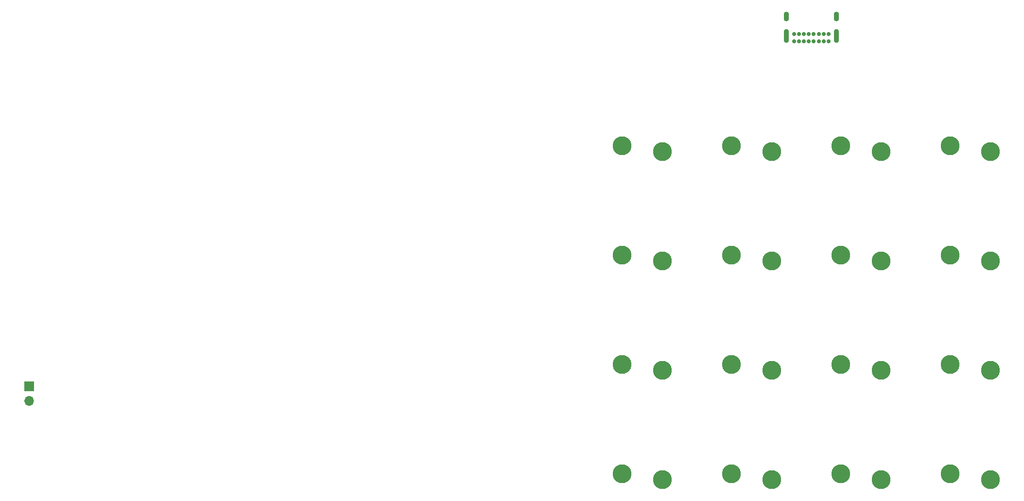
<source format=gbr>
%TF.GenerationSoftware,KiCad,Pcbnew,8.0.3*%
%TF.CreationDate,2024-06-18T00:53:01+07:00*%
%TF.ProjectId,Bandung_v1.0.0,42616e64-756e-4675-9f76-312e302e302e,rev?*%
%TF.SameCoordinates,Original*%
%TF.FileFunction,Copper,L1,Top*%
%TF.FilePolarity,Positive*%
%FSLAX46Y46*%
G04 Gerber Fmt 4.6, Leading zero omitted, Abs format (unit mm)*
G04 Created by KiCad (PCBNEW 8.0.3) date 2024-06-18 00:53:01*
%MOMM*%
%LPD*%
G01*
G04 APERTURE LIST*
%TA.AperFunction,ComponentPad*%
%ADD10C,3.300000*%
%TD*%
%TA.AperFunction,ComponentPad*%
%ADD11C,0.700000*%
%TD*%
%TA.AperFunction,ComponentPad*%
%ADD12O,0.900000X1.700000*%
%TD*%
%TA.AperFunction,ComponentPad*%
%ADD13O,0.900000X2.400000*%
%TD*%
%TA.AperFunction,ComponentPad*%
%ADD14R,1.700000X1.700000*%
%TD*%
%TA.AperFunction,ComponentPad*%
%ADD15O,1.700000X1.700000*%
%TD*%
G04 APERTURE END LIST*
D10*
%TO.P,CH9,1,1*%
%TO.N,/GPIO0*%
X111325000Y-62325000D03*
%TO.P,CH9,2,2*%
%TO.N,Net-(D9-A)*%
X118325000Y-63375000D03*
%TD*%
%TO.P,CH6,1,1*%
%TO.N,/GPIO1*%
X130375000Y-43275000D03*
%TO.P,CH6,2,2*%
%TO.N,Net-(D6-A)*%
X137375000Y-44325000D03*
%TD*%
%TO.P,CH7,1,1*%
%TO.N,/GPIO2*%
X149425000Y-43275000D03*
%TO.P,CH7,2,2*%
%TO.N,Net-(D7-A)*%
X156425000Y-44325000D03*
%TD*%
%TO.P,CH5,1,1*%
%TO.N,/GPIO0*%
X111325000Y-43275000D03*
%TO.P,CH5,2,2*%
%TO.N,Net-(D5-A)*%
X118325000Y-44325000D03*
%TD*%
%TO.P,CH10,1,1*%
%TO.N,/GPIO1*%
X130375000Y-62325000D03*
%TO.P,CH10,2,2*%
%TO.N,Net-(D10-A)*%
X137375000Y-63375000D03*
%TD*%
%TO.P,CH11,1,1*%
%TO.N,/GPIO2*%
X149425000Y-62325000D03*
%TO.P,CH11,2,2*%
%TO.N,Net-(D11-A)*%
X156425000Y-63375000D03*
%TD*%
%TO.P,CH4,1,1*%
%TO.N,/GPIO3*%
X168475000Y-24225000D03*
%TO.P,CH4,2,2*%
%TO.N,Net-(D4-A)*%
X175475000Y-25275000D03*
%TD*%
D11*
%TO.P,J1,A1,GND*%
%TO.N,GND*%
X141325000Y-6100000D03*
%TO.P,J1,A4,VBUS*%
%TO.N,VBUS*%
X142175000Y-6100000D03*
%TO.P,J1,A5,CC1*%
%TO.N,Net-(J1-CC1)*%
X143025000Y-6100000D03*
%TO.P,J1,A6,D+*%
%TO.N,/USB_DP*%
X143875000Y-6100000D03*
%TO.P,J1,A7,D-*%
%TO.N,/USB_DM*%
X144725000Y-6100000D03*
%TO.P,J1,A8,SBU1*%
%TO.N,unconnected-(J1-SBU1-PadA8)*%
X145575000Y-6100000D03*
%TO.P,J1,A9,VBUS*%
%TO.N,VBUS*%
X146425000Y-6100000D03*
%TO.P,J1,A12,GND*%
%TO.N,GND*%
X147275000Y-6100000D03*
%TO.P,J1,B1,GND*%
X147275000Y-4750000D03*
%TO.P,J1,B4,VBUS*%
%TO.N,VBUS*%
X146425000Y-4750000D03*
%TO.P,J1,B5,CC2*%
%TO.N,Net-(J1-CC2)*%
X145575000Y-4750000D03*
%TO.P,J1,B6,D+*%
%TO.N,/USB_DP*%
X144725000Y-4750000D03*
%TO.P,J1,B7,D-*%
%TO.N,/USB_DM*%
X143875000Y-4750000D03*
%TO.P,J1,B8,SBU2*%
%TO.N,unconnected-(J1-SBU2-PadB8)*%
X143025000Y-4750000D03*
%TO.P,J1,B9,VBUS*%
%TO.N,VBUS*%
X142175000Y-4750000D03*
%TO.P,J1,B12,GND*%
%TO.N,GND*%
X141325000Y-4750000D03*
D12*
%TO.P,J1,S1,SHIELD*%
X139975000Y-1740000D03*
D13*
X139975000Y-5120000D03*
D12*
X148625000Y-1740000D03*
D13*
X148625000Y-5120000D03*
%TD*%
D10*
%TO.P,CH12,1,1*%
%TO.N,/GPIO3*%
X168475000Y-62325000D03*
%TO.P,CH12,2,2*%
%TO.N,Net-(D12-A)*%
X175475000Y-63375000D03*
%TD*%
D14*
%TO.P,J2,1,Pin_1*%
%TO.N,/~{USB_BOOT}*%
X8050236Y-66205000D03*
D15*
%TO.P,J2,2,Pin_2*%
%TO.N,GND*%
X8050236Y-68745000D03*
%TD*%
D10*
%TO.P,CH15,1,1*%
%TO.N,/GPIO2*%
X149425000Y-81375000D03*
%TO.P,CH15,2,2*%
%TO.N,Net-(D15-A)*%
X156425000Y-82425000D03*
%TD*%
%TO.P,CH8,1,1*%
%TO.N,/GPIO3*%
X168475000Y-43275000D03*
%TO.P,CH8,2,2*%
%TO.N,Net-(D8-A)*%
X175475000Y-44325000D03*
%TD*%
%TO.P,CH16,1,1*%
%TO.N,/GPIO3*%
X168475000Y-81375000D03*
%TO.P,CH16,2,2*%
%TO.N,Net-(D16-A)*%
X175475000Y-82425000D03*
%TD*%
%TO.P,CH2,1,1*%
%TO.N,/GPIO1*%
X130375000Y-24225000D03*
%TO.P,CH2,2,2*%
%TO.N,Net-(D2-A)*%
X137375000Y-25275000D03*
%TD*%
%TO.P,CH14,1,1*%
%TO.N,/GPIO1*%
X130375000Y-81375000D03*
%TO.P,CH14,2,2*%
%TO.N,Net-(D14-A)*%
X137375000Y-82425000D03*
%TD*%
%TO.P,CH13,1,1*%
%TO.N,/GPIO0*%
X111325000Y-81375000D03*
%TO.P,CH13,2,2*%
%TO.N,Net-(D13-A)*%
X118325000Y-82425000D03*
%TD*%
%TO.P,CH3,1,1*%
%TO.N,/GPIO2*%
X149425000Y-24225000D03*
%TO.P,CH3,2,2*%
%TO.N,Net-(D3-A)*%
X156425000Y-25275000D03*
%TD*%
%TO.P,CH1,1,1*%
%TO.N,/GPIO0*%
X111325000Y-24225000D03*
%TO.P,CH1,2,2*%
%TO.N,Net-(D1-A)*%
X118325000Y-25275000D03*
%TD*%
M02*

</source>
